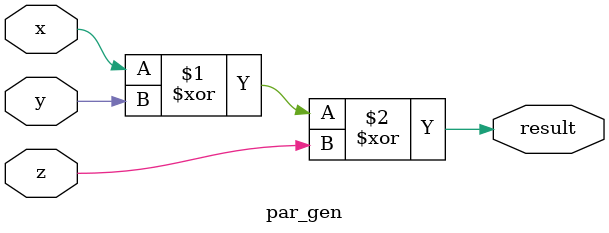
<source format=v>
`timescale 1ns / 1ps

module par_gen(x,y,z,result);
input x,y,z;
output result;

//şansımıza xor gate tam da istediğimizi yapıyor
//1 için even parity, yani çift sayıda 1 olursa sonuç 0	(tek sayıda 0)
//0 için odd parity,  yani çift sayıda 0 olursa sonuç 1 (tek sayıda 1)
//ikisi de aynı şey demek
xor (result,x,y,z); 
//daha fazla sayıda inputu test etmek istersek yine hepsini xordan geçirebiliriz
//2 input xordan 2 defa geçirsek yine aynı sonucu alıyoruz
endmodule 

</source>
